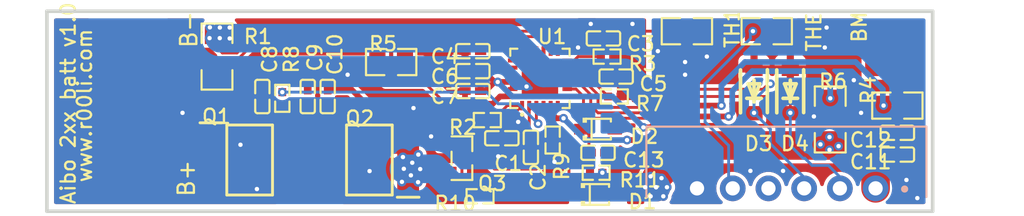
<source format=kicad_pcb>
(kicad_pcb (version 20240108) (generator "pcbnew") (generator_version "8.0")
  (layers (0 "F.Cu" signal) (31 "B.Cu" signal) (34 "B.Paste" user) (35 "F.Paste" user) (36 "B.SilkS" user "B.Silkscreen") (37 "F.SilkS" user "F.Silkscreen") (38 "B.Mask" user) (39 "F.Mask" user) (44 "Edge.Cuts" user))
  (net 0 "")
  (net 1 "OUT_BATTP")
  (net 2 "SDA")
  (net 3 "U1_21")
  (net 4 "SCL")
  (net 5 "U1_5")
  (net 6 "CHG")
  (net 7 "OUT_BATTN")
  (net 8 "TH_E")
  (net 9 "BATTN")
  (net 10 "C11_2")
  (net 11 "TH1")
  (net 12 "BATTM")
  (net 13 "DIS")
  (net 14 "BATTNK")
  (net 15 "PCKP")
  (net 16 "U1_1")
  (net 17 "U1_2")
  (net 18 "BATTP")
  (net 19 "Q3_1")
  (net 20 "Q2_4")
  (net 21 "C9_1")
  (net 22 "Q1_4")
  (net 23 "OUT_BATTNK")
  (net 24 "U1_24")
  (net 25 "U1_13")
  (net 26 "U1_12")
  (net 27 "PFAIL")
  (net 28 "U1_17")
  (net 29 "Q1_8")
  (net 30 "U1_7")
  (net 31 "U1_16")
  (net 32 "U1_18")
  (net 33 "U1_19")
  (net 34 "U2_4")
  (footprint "easyeda:R0402" (layer "F.Cu") (at 33.401 159.766 180)
    (property "Reference" "R10" (at 3.302 -0.508 0) (layer "F.SilkS") (effects (font (thickness 0.16)) (justify left)))
    (property "Value" "10k" (hide yes))
    (pad "1" smd rect (at -0.433 0 180) (size 0.566 0.54) (layers "F.Cu" "F.Paste" "F.Mask") (net 7 "OUT_BATTN"))
    (pad "2" smd rect (at 0.433 0 180) (size 0.566 0.54) (layers "F.Cu" "F.Paste" "F.Mask") (net 19 "Q3_1"))
  )
  (footprint "easyeda:SOD-123F_L2.8-W1.8-LS3.7-RD" (layer "F.Cu") (at 55.118 152.4 90)
    (property "Reference" "D4" (at -3.683 -0.762 0) (layer "F.SilkS") (effects (font (thickness 0.16)) (justify left)))
    (property "Value" "BZT52H-B5V6,115" (hide yes))
    (pad "1" smd rect (at -1.55 0 90) (size 1 1.2) (layers "F.Cu" "F.Paste" "F.Mask") (net 4 "SCL"))
    (pad "2" smd rect (at 1.55 0 90) (size 1 1.2) (layers "F.Cu" "F.Paste" "F.Mask") (net 7 "OUT_BATTN"))
  )
  (footprint "easyeda:C0402" (layer "F.Cu") (at 62.611 156.845)
    (property "Reference" "C11" (at -3.429 0.508 0) (layer "F.SilkS") (effects (font (thickness 0.16)) (justify left)))
    (property "Value" "0.1uF" (hide yes))
    (pad "1" smd rect (at -0.545 0) (size 0.79 0.54) (layers "F.Cu" "F.Paste" "F.Mask") (net 1 "OUT_BATTP"))
    (pad "2" smd rect (at 0.545 0) (size 0.79 0.54) (layers "F.Cu" "F.Paste" "F.Mask") (net 10 "C11_2"))
  )
  (footprint "easyeda:QFN-24_L4.0-W4.0-P0.50-BL-EP2.6" (layer "F.Cu") (at 37.592 151.511)
    (property "Reference" "U1" (at -0.254 -2.921 0) (layer "F.SilkS") (effects (font (thickness 0.16)) (justify left)))
    (property "Value" "MAX17320G22+" (hide yes))
    (pad "1" smd rect (at -1.25 1.908) (size 0.28 0.665) (layers "F.Cu" "F.Paste" "F.Mask") (net 16 "U1_1"))
    (pad "2" smd rect (at -0.75 1.908) (size 0.28 0.665) (layers "F.Cu" "F.Paste" "F.Mask") (net 17 "U1_2"))
    (pad "3" smd rect (at -0.25 1.908) (size 0.28 0.665) (layers "F.Cu" "F.Paste" "F.Mask") (net 6 "CHG"))
    (pad "4" smd rect (at 0.25 1.908) (size 0.28 0.665) (layers "F.Cu" "F.Paste" "F.Mask") (net 13 "DIS"))
    (pad "5" smd rect (at 0.75 1.908) (size 0.28 0.665) (layers "F.Cu" "F.Paste" "F.Mask") (net 5 "U1_5"))
    (pad "6" smd rect (at 1.25 1.908) (size 0.28 0.665) (layers "F.Cu" "F.Paste" "F.Mask") (net 15 "PCKP"))
    (pad "7" smd rect (at 1.908 1.25) (size 0.665 0.28) (layers "F.Cu" "F.Paste" "F.Mask") (net 30 "U1_7"))
    (pad "8" smd rect (at 1.908 0.75) (size 0.665 0.28) (layers "F.Cu" "F.Paste" "F.Mask") (net 4 "SCL"))
    (pad "9" smd rect (at 1.908 0.25) (size 0.665 0.28) (layers "F.Cu" "F.Paste" "F.Mask") (net 2 "SDA"))
    (pad "10" smd rect (at 1.908 -0.25) (size 0.665 0.28) (layers "F.Cu" "F.Paste" "F.Mask") (net 11 "TH1"))
    (pad "11" smd rect (at 1.908 -0.75) (size 0.665 0.28) (layers "F.Cu" "F.Paste" "F.Mask") (net 27 "PFAIL"))
    (pad "12" smd rect (at 1.908 -1.25) (size 0.665 0.28) (layers "F.Cu" "F.Paste" "F.Mask") (net 26 "U1_12"))
    (pad "13" smd rect (at 1.25 -1.908) (size 0.28 0.665) (layers "F.Cu" "F.Paste" "F.Mask") (net 25 "U1_13"))
    (pad "14" smd rect (at 0.75 -1.908) (size 0.28 0.665) (layers "F.Cu" "F.Paste" "F.Mask") (net 23 "OUT_BATTNK"))
    (pad "15" smd rect (at 0.25 -1.908) (size 0.28 0.665) (layers "F.Cu" "F.Paste" "F.Mask") (net 14 "BATTNK"))
    (pad "16" smd rect (at -0.25 -1.908) (size 0.28 0.665) (layers "F.Cu" "F.Paste" "F.Mask") (net 31 "U1_16"))
    (pad "17" smd rect (at -0.75 -1.908) (size 0.28 0.665) (layers "F.Cu" "F.Paste" "F.Mask") (net 28 "U1_17"))
    (pad "18" smd rect (at -1.25 -1.908) (size 0.28 0.665) (layers "F.Cu" "F.Paste" "F.Mask") (net 32 "U1_18"))
    (pad "19" smd rect (at -1.908 -1.25) (size 0.665 0.28) (layers "F.Cu" "F.Paste" "F.Mask") (net 33 "U1_19"))
    (pad "20" smd rect (at -1.908 -0.75) (size 0.665 0.28) (layers "F.Cu" "F.Paste" "F.Mask") (net 9 "BATTN"))
    (pad "21" smd rect (at -1.908 -0.25) (size 0.665 0.28) (layers "F.Cu" "F.Paste" "F.Mask") (net 3 "U1_21"))
    (pad "22" smd rect (at -1.908 0.25) (size 0.665 0.28) (layers "F.Cu" "F.Paste" "F.Mask") (net 3 "U1_21"))
    (pad "23" smd rect (at -1.908 0.75) (size 0.665 0.28) (layers "F.Cu" "F.Paste" "F.Mask") (net 3 "U1_21"))
    (pad "24" smd rect (at -1.908 1.25) (size 0.665 0.28) (layers "F.Cu" "F.Paste" "F.Mask") (net 24 "U1_24"))
    (pad "25" smd rect (at 0 0) (size 2.55 2.55) (layers "F.Cu" "F.Paste" "F.Mask") (net 9 "BATTN"))
  )
  (footprint "easyeda:C0402" (layer "F.Cu") (at 42.926 151.384)
    (property "Reference" "C5" (at 1.524 0.508 0) (layer "F.SilkS") (effects (font (thickness 0.16)) (justify left)))
    (property "Value" "0.47uF" (hide yes))
    (pad "1" smd rect (at -0.545 0) (size 0.79 0.54) (layers "F.Cu" "F.Paste" "F.Mask") (net 26 "U1_12"))
    (pad "2" smd rect (at 0.545 0) (size 0.79 0.54) (layers "F.Cu" "F.Paste" "F.Mask") (net 9 "BATTN"))
  )
  (footprint "easyeda:C0402" (layer "F.Cu") (at 32.893 152.4)
    (property "Reference" "C7" (at -3.048 0.381 0) (layer "F.SilkS") (effects (font (thickness 0.16)) (justify left)))
    (property "Value" "0.01uF" (hide yes))
    (pad "1" smd rect (at -0.545 0) (size 0.79 0.54) (layers "F.Cu" "F.Paste" "F.Mask") (net 24 "U1_24"))
    (pad "2" smd rect (at 0.545 0) (size 0.79 0.54) (layers "F.Cu" "F.Paste" "F.Mask") (net 3 "U1_21"))
  )
  (footprint "easyeda:SOD-323_L1.8-W1.3-LS2.5-RD" (layer "F.Cu") (at 41.529 159.639)
    (property "Reference" "D1" (at 2.159 0.508 0) (layer "F.SilkS") (effects (font (thickness 0.16)) (justify left)))
    (property "Value" "SD101BW-7-F" (hide yes))
    (pad "1" smd rect (at -1.172 0) (size 1 0.75) (layers "F.Cu" "F.Paste" "F.Mask") (net 13 "DIS"))
    (pad "2" smd rect (at 1.172 0) (size 1 0.75) (layers "F.Cu" "F.Paste" "F.Mask") (net 7 "OUT_BATTN"))
  )
  (footprint "easyeda:C0402" (layer "F.Cu") (at 18.161 152.781 90)
    (property "Reference" "C8" (at 1.524 0.508 90) (layer "F.SilkS") (effects (font (thickness 0.16)) (justify left)))
    (property "Value" "0.1uF" (hide yes))
    (pad "1" smd rect (at -0.545 0 90) (size 0.79 0.54) (layers "F.Cu" "F.Paste" "F.Mask") (net 22 "Q1_4"))
    (pad "2" smd rect (at 0.545 0 90) (size 0.79 0.54) (layers "F.Cu" "F.Paste" "F.Mask") (net 18 "BATTP"))
  )
  (footprint "easyeda:C0402" (layer "F.Cu") (at 32.893 149.606)
    (property "Reference" "C4" (at -3.048 0.381 0) (layer "F.SilkS") (effects (font (thickness 0.16)) (justify left)))
    (property "Value" "0.47uF" (hide yes))
    (pad "1" smd rect (at -0.545 0) (size 0.79 0.54) (layers "F.Cu" "F.Paste" "F.Mask") (net 9 "BATTN"))
    (pad "2" smd rect (at 0.545 0) (size 0.79 0.54) (layers "F.Cu" "F.Paste" "F.Mask") (net 28 "U1_17"))
  )
  (footprint "easyeda:C0402" (layer "F.Cu") (at 32.893 151.003)
    (property "Reference" "C6" (at -3.048 0.381 0) (layer "F.SilkS") (effects (font (thickness 0.16)) (justify left)))
    (property "Value" "0.01uF" (hide yes))
    (pad "1" smd rect (at -0.545 0) (size 0.79 0.54) (layers "F.Cu" "F.Paste" "F.Mask") (net 9 "BATTN"))
    (pad "2" smd rect (at 0.545 0) (size 0.79 0.54) (layers "F.Cu" "F.Paste" "F.Mask") (net 3 "U1_21"))
  )
  (footprint "easyeda:PAD-1X-5X5MM" (layer "F.Cu") (at 8.763 150.622)
    (property "Reference" "B-" (at 4.255 -1.143 90) (layer "F.SilkS") (effects (font (size 1.143 1.143) (thickness 0.16)) (justify left)))
    (property "Value" "BATT-" (hide yes))
    (pad "1" smd rect (at 0 -0.127) (size 5 5) (layers "F.Cu" "F.Paste" "F.Mask") (net 9 "BATTN"))
  )
  (footprint "easyeda:R1206" (layer "F.Cu") (at 14.986 149.987 -90)
    (property "Reference" "R1" (at -1.397 -1.778 0) (layer "F.SilkS") (effects (font (thickness 0.16)) (justify left)))
    (property "Value" "0.005" (hide yes))
    (pad "1" smd rect (at -1.479 0 270) (size 1.208 1.701) (layers "F.Cu" "F.Paste" "F.Mask") (net 7 "OUT_BATTN"))
    (pad "2" smd rect (at 1.479 0 270) (size 1.208 1.701) (layers "F.Cu" "F.Paste" "F.Mask") (net 9 "BATTN"))
  )
  (footprint "easyeda:R0402" (layer "F.Cu") (at 42.291 149.987 180)
    (property "Reference" "R3" (at -1.397 -0.508 0) (layer "F.SilkS") (effects (font (thickness 0.16)) (justify left)))
    (property "Value" "10k" (hide yes))
    (pad "1" smd rect (at -0.433 0 180) (size 0.566 0.54) (layers "F.Cu" "F.Paste" "F.Mask") (net 9 "BATTN"))
    (pad "2" smd rect (at 0.433 0 180) (size 0.566 0.54) (layers "F.Cu" "F.Paste" "F.Mask") (net 26 "U1_12"))
  )
  (footprint "easyeda:R0805" (layer "F.Cu") (at 47.879 148.209)
    (property "Reference" "TH1" (at 3.175 1.27 90) (layer "F.SilkS") (effects (font (thickness 0.16)) (justify left)))
    (property "Value" "NTC 100k" (hide yes))
    (pad "1" smd rect (at -0.966 0) (size 1.133 1.377) (layers "F.Cu" "F.Paste" "F.Mask") (net 9 "BATTN"))
    (pad "2" smd rect (at 0.966 0) (size 1.133 1.377) (layers "F.Cu" "F.Paste" "F.Mask") (net 11 "TH1"))
  )
  (footprint "easyeda:C0402" (layer "F.Cu") (at 22.733 152.781 -90)
    (property "Reference" "C10" (at -1.397 -0.508 90) (layer "F.SilkS") (effects (font (thickness 0.16)) (justify left)))
    (property "Value" "0.1uF" (hide yes))
    (pad "1" smd rect (at -0.545 0 270) (size 0.79 0.54) (layers "F.Cu" "F.Paste" "F.Mask") (net 1 "OUT_BATTP"))
    (pad "2" smd rect (at 0.545 0 270) (size 0.79 0.54) (layers "F.Cu" "F.Paste" "F.Mask") (net 21 "C9_1"))
  )
  (footprint "easyeda:C0402" (layer "F.Cu") (at 21.336 152.781 90)
    (property "Reference" "C9" (at 1.651 0.508 90) (layer "F.SilkS") (effects (font (thickness 0.16)) (justify left)))
    (property "Value" "0.1uF" (hide yes))
    (pad "1" smd rect (at -0.545 0 90) (size 0.79 0.54) (layers "F.Cu" "F.Paste" "F.Mask") (net 21 "C9_1"))
    (pad "2" smd rect (at 0.545 0 90) (size 0.79 0.54) (layers "F.Cu" "F.Paste" "F.Mask") (net 18 "BATTP"))
  )
  (footprint "easyeda:C0402" (layer "F.Cu") (at 34.925 155.702 180)
    (property "Reference" "C1" (at 0.635 -1.778 0) (layer "F.SilkS") (effects (font (thickness 0.16)) (justify left)))
    (property "Value" "0.1uF" (hide yes))
    (pad "1" smd rect (at -0.545 0 180) (size 0.79 0.54) (layers "F.Cu" "F.Paste" "F.Mask") (net 16 "U1_1"))
    (pad "2" smd rect (at 0.545 0 180) (size 0.79 0.54) (layers "F.Cu" "F.Paste" "F.Mask") (net 9 "BATTN"))
  )
  (footprint "easyeda:C0402" (layer "F.Cu") (at 62.611 155.321 180)
    (property "Reference" "C12" (at 3.429 -0.508 0) (layer "F.SilkS") (effects (font (thickness 0.16)) (justify left)))
    (property "Value" "0.1uF" (hide yes))
    (pad "1" smd rect (at -0.545 0 180) (size 0.79 0.54) (layers "F.Cu" "F.Paste" "F.Mask") (net 10 "C11_2"))
    (pad "2" smd rect (at 0.545 0 180) (size 0.79 0.54) (layers "F.Cu" "F.Paste" "F.Mask") (net 7 "OUT_BATTN"))
  )
  (footprint "easyeda:R0402" (layer "F.Cu") (at 19.558 152.908 -90)
    (property "Reference" "R8" (at -1.651 -0.635 90) (layer "F.SilkS") (effects (font (thickness 0.16)) (justify left)))
    (property "Value" "100" (hide yes))
    (pad "1" smd rect (at -0.433 0 270) (size 0.566 0.54) (layers "F.Cu" "F.Paste" "F.Mask") (net 6 "CHG"))
    (pad "2" smd rect (at 0.433 0 270) (size 0.566 0.54) (layers "F.Cu" "F.Paste" "F.Mask") (net 22 "Q1_4"))
  )
  (footprint "easyeda:R0402" (layer "F.Cu") (at 42.799 152.781 180)
    (property "Reference" "R7" (at -1.397 -0.508 0) (layer "F.SilkS") (effects (font (thickness 0.16)) (justify left)))
    (property "Value" "1k" (hide yes))
    (pad "1" smd rect (at -0.433 0 180) (size 0.566 0.54) (layers "F.Cu" "F.Paste" "F.Mask") (net 9 "BATTN"))
    (pad "2" smd rect (at 0.433 0 180) (size 0.566 0.54) (layers "F.Cu" "F.Paste" "F.Mask") (net 27 "PFAIL"))
  )
  (footprint "easyeda:C0402" (layer "F.Cu") (at 41.656 156.718)
    (property "Reference" "C13" (at 1.651 0.508 0) (layer "F.SilkS") (effects (font (thickness 0.16)) (justify left)))
    (property "Value" "0.01uF" (hide yes))
    (pad "1" smd rect (at -0.545 0) (size 0.79 0.54) (layers "F.Cu" "F.Paste" "F.Mask") (net 15 "PCKP"))
    (pad "2" smd rect (at 0.545 0) (size 0.79 0.54) (layers "F.Cu" "F.Paste" "F.Mask") (net 7 "OUT_BATTN"))
  )
  (footprint "easyeda:R0805" (layer "F.Cu") (at 53.467 148.209 180)
    (property "Reference" "THE" (at -3.302 -1.524 90) (layer "F.SilkS") (effects (font (thickness 0.16)) (justify left)))
    (property "Value" "NTC 100k" (hide yes))
    (pad "1" smd rect (at -0.966 0 180) (size 1.133 1.377) (layers "F.Cu" "F.Paste" "F.Mask") (net 7 "OUT_BATTN"))
    (pad "2" smd rect (at 0.966 0 180) (size 1.133 1.377) (layers "F.Cu" "F.Paste" "F.Mask") (net 8 "TH_E"))
  )
  (footprint "easyeda:PAD-1X-5X5MM" (layer "F.Cu") (at 8.636 156.972)
    (property "Reference" "B+" (at 4.212 2.921 90) (layer "F.SilkS") (effects (font (size 1.143 1.143) (thickness 0.16)) (justify left)))
    (property "Value" "BATT+" (hide yes))
    (pad "1" smd rect (at 0 -0.127) (size 5 5) (layers "F.Cu" "F.Paste" "F.Mask") (net 18 "BATTP"))
  )
  (footprint "easyeda:R0402" (layer "F.Cu") (at 33.909 154.432)
    (property "Reference" "R2" (at -2.794 0.508 0) (layer "F.SilkS") (effects (font (thickness 0.16)) (justify left)))
    (property "Value" "10" (hide yes))
    (pad "1" smd rect (at -0.433 0) (size 0.566 0.54) (layers "F.Cu" "F.Paste" "F.Mask") (net 18 "BATTP"))
    (pad "2" smd rect (at 0.433 0) (size 0.566 0.54) (layers "F.Cu" "F.Paste" "F.Mask") (net 16 "U1_1"))
  )
  (footprint "easyeda:R0402" (layer "F.Cu") (at 38.481 155.829 -90)
    (property "Reference" "R9" (at 2.921 -0.635 90) (layer "F.SilkS") (effects (font (thickness 0.16)) (justify left)))
    (property "Value" "100" (hide yes))
    (pad "1" smd rect (at -0.433 0 270) (size 0.566 0.54) (layers "F.Cu" "F.Paste" "F.Mask") (net 13 "DIS"))
    (pad "2" smd rect (at 0.433 0 270) (size 0.566 0.54) (layers "F.Cu" "F.Paste" "F.Mask") (net 20 "Q2_4"))
  )
  (footprint "easyeda:R0402" (layer "F.Cu") (at 41.529 158.115)
    (property "Reference" "R11" (at 1.524 0.508 0) (layer "F.SilkS") (effects (font (thickness 0.16)) (justify left)))
    (property "Value" "1k" (hide yes))
    (pad "1" smd rect (at -0.433 0) (size 0.566 0.54) (layers "F.Cu" "F.Paste" "F.Mask") (net 15 "PCKP"))
    (pad "2" smd rect (at 0.433 0) (size 0.566 0.54) (layers "F.Cu" "F.Paste" "F.Mask") (net 1 "OUT_BATTP"))
  )
  (footprint "easyeda:SOIC127P600X175-8N" (layer "F.Cu") (at 25.654 157.226 180)
    (property "Reference" "Q2" (at 1.778 2.921 0) (layer "F.SilkS") (effects (font (thickness 0.16)) (justify left)))
    (property "Value" "IRF8714TRPBF" (hide yes))
    (pad "1" smd rect (at -2.712 -1.905 180) (size 1.525 0.7) (layers "F.Cu" "F.Paste" "F.Mask") (net 1 "OUT_BATTP"))
    (pad "2" smd rect (at -2.712 -0.635 180) (size 1.525 0.7) (layers "F.Cu" "F.Paste" "F.Mask") (net 1 "OUT_BATTP"))
    (pad "3" smd rect (at -2.712 0.635 180) (size 1.525 0.7) (layers "F.Cu" "F.Paste" "F.Mask") (net 1 "OUT_BATTP"))
    (pad "4" smd rect (at -2.712 1.905 180) (size 1.525 0.7) (layers "F.Cu" "F.Paste" "F.Mask") (net 20 "Q2_4"))
    (pad "5" smd rect (at 2.712 1.905 180) (size 1.525 0.7) (layers "F.Cu" "F.Paste" "F.Mask") (net 29 "Q1_8"))
    (pad "6" smd rect (at 2.712 0.635 180) (size 1.525 0.7) (layers "F.Cu" "F.Paste" "F.Mask") (net 29 "Q1_8"))
    (pad "7" smd rect (at 2.712 -0.635 180) (size 1.525 0.7) (layers "F.Cu" "F.Paste" "F.Mask") (net 29 "Q1_8"))
    (pad "8" smd rect (at 2.712 -1.905 180) (size 1.525 0.7) (layers "F.Cu" "F.Paste" "F.Mask") (net 29 "Q1_8"))
  )
  (footprint "easyeda:PAD-1X-5X5MM" (layer "F.Cu") (at 62.357 149.479)
    (property "Reference" "BM" (at -2.413 -0.381 90) (layer "F.SilkS") (effects (font (thickness 0.16)) (justify left)))
    (property "Value" "BATTM" (hide yes))
    (pad "1" smd rect (at 0 -0.127) (size 4 4) (layers "F.Cu" "F.Paste" "F.Mask") (net 12 "BATTM"))
  )
  (footprint "easyeda:R0805" (layer "F.Cu") (at 62.611 153.416)
    (property "Reference" "R4" (at -2.032 0 90) (layer "F.SilkS") (effects (font (thickness 0.16)) (justify left)))
    (property "Value" "49.9" (hide yes))
    (pad "1" smd rect (at -0.966 0) (size 1.133 1.377) (layers "F.Cu" "F.Paste" "F.Mask") (net 3 "U1_21"))
    (pad "2" smd rect (at 0.966 0) (size 1.133 1.377) (layers "F.Cu" "F.Paste" "F.Mask") (net 12 "BATTM"))
  )
  (footprint "easyeda:C0402" (layer "F.Cu") (at 42.037 148.717 180)
    (property "Reference" "C3" (at -1.524 -0.381 0) (layer "F.SilkS") (effects (font (thickness 0.16)) (justify left)))
    (property "Value" "0.47uF" (hide yes))
    (pad "1" smd rect (at -0.545 0 180) (size 0.79 0.54) (layers "F.Cu" "F.Paste" "F.Mask") (net 9 "BATTN"))
    (pad "2" smd rect (at 0.545 0 180) (size 0.79 0.54) (layers "F.Cu" "F.Paste" "F.Mask") (net 25 "U1_13"))
  )
  (footprint "easyeda:C0402" (layer "F.Cu") (at 36.957 156.337 -90)
    (property "Reference" "C2" (at 3.175 -0.508 90) (layer "F.SilkS") (effects (font (thickness 0.16)) (justify left)))
    (property "Value" "0.47uF" (hide yes))
    (pad "1" smd rect (at -0.545 0 270) (size 0.79 0.54) (layers "F.Cu" "F.Paste" "F.Mask") (net 17 "U1_2"))
    (pad "2" smd rect (at 0.545 0 270) (size 0.79 0.54) (layers "F.Cu" "F.Paste" "F.Mask") (net 16 "U1_1"))
  )
  (footprint "easyeda:SOD-323_L1.8-W1.3-LS2.5-RD" (layer "F.Cu") (at 41.656 155.067)
    (property "Reference" "D2" (at 2.159 0.508 0) (layer "F.SilkS") (effects (font (thickness 0.16)) (justify left)))
    (property "Value" "SD103AWS-E3-08" (hide yes))
    (pad "1" smd rect (at -1.172 0) (size 1 0.75) (layers "F.Cu" "F.Paste" "F.Mask") (net 15 "PCKP"))
    (pad "2" smd rect (at 1.172 0) (size 1 0.75) (layers "F.Cu" "F.Paste" "F.Mask") (net 7 "OUT_BATTN"))
  )
  (footprint "easyeda:R0805" (layer "F.Cu") (at 27.178 150.368 180)
    (property "Reference" "R5" (at 1.651 1.27 0) (layer "F.SilkS") (effects (font (thickness 0.16)) (justify left)))
    (property "Value" "49.9" (hide yes))
    (pad "1" smd rect (at -0.966 0 180) (size 1.133 1.377) (layers "F.Cu" "F.Paste" "F.Mask") (net 24 "U1_24"))
    (pad "2" smd rect (at 0.966 0 180) (size 1.133 1.377) (layers "F.Cu" "F.Paste" "F.Mask") (net 18 "BATTP"))
  )
  (footprint "easyeda:SOT-23-3_L2.9-W1.3-P1.90-LS2.4-BR" (layer "F.Cu") (at 32.131 157.099 180)
    (property "Reference" "Q3" (at -1.016 -1.778 0) (layer "F.SilkS") (effects (font (thickness 0.16)) (justify left)))
    (property "Value" "2N7002" (hide yes))
    (pad "1" smd rect (at 1 0.95 180) (size 1.25 0.7) (layers "F.Cu" "F.Paste" "F.Mask") (net 19 "Q3_1"))
    (pad "2" smd rect (at 1 -0.95 180) (size 1.25 0.7) (layers "F.Cu" "F.Paste" "F.Mask") (net 1 "OUT_BATTP"))
    (pad "3" smd rect (at -1 0 180) (size 1.25 0.7) (layers "F.Cu" "F.Paste" "F.Mask") (net 20 "Q2_4"))
  )
  (footprint "easyeda:R1206" (layer "F.Cu") (at 57.912 154.387 90)
    (property "Reference" "R6" (at 2.667 -0.889 0) (layer "F.SilkS") (effects (font (thickness 0.16)) (justify left)))
    (property "Value" "2k" (hide yes))
    (pad "1" smd rect (at -1.479 0 90) (size 1.208 1.701) (layers "F.Cu" "F.Paste" "F.Mask") (net 1 "OUT_BATTP"))
    (pad "2" smd rect (at 1.479 0 90) (size 1.208 1.701) (layers "F.Cu" "F.Paste" "F.Mask") (net 5 "U1_5"))
  )
  (footprint "easyeda:SOIC127P600X175-8N" (layer "F.Cu") (at 17.272 157.226)
    (property "Reference" "Q1" (at -3.429 -3.048 0) (layer "F.SilkS") (effects (font (thickness 0.16)) (justify left)))
    (property "Value" "IRF8714TRPBF" (hide yes))
    (pad "1" smd rect (at -2.712 -1.905) (size 1.525 0.7) (layers "F.Cu" "F.Paste" "F.Mask") (net 18 "BATTP"))
    (pad "2" smd rect (at -2.712 -0.635) (size 1.525 0.7) (layers "F.Cu" "F.Paste" "F.Mask") (net 18 "BATTP"))
    (pad "3" smd rect (at -2.712 0.635) (size 1.525 0.7) (layers "F.Cu" "F.Paste" "F.Mask") (net 18 "BATTP"))
    (pad "4" smd rect (at -2.712 1.905) (size 1.525 0.7) (layers "F.Cu" "F.Paste" "F.Mask") (net 22 "Q1_4"))
    (pad "5" smd rect (at 2.712 1.905) (size 1.525 0.7) (layers "F.Cu" "F.Paste" "F.Mask") (net 29 "Q1_8"))
    (pad "6" smd rect (at 2.712 0.635) (size 1.525 0.7) (layers "F.Cu" "F.Paste" "F.Mask") (net 29 "Q1_8"))
    (pad "7" smd rect (at 2.712 -0.635) (size 1.525 0.7) (layers "F.Cu" "F.Paste" "F.Mask") (net 29 "Q1_8"))
    (pad "8" smd rect (at 2.712 -1.905) (size 1.525 0.7) (layers "F.Cu" "F.Paste" "F.Mask") (net 29 "Q1_8"))
  )
  (footprint "easyeda:SOD-123F_L2.8-W1.8-LS3.7-RD" (layer "F.Cu") (at 52.578 152.4 90)
    (property "Reference" "D3" (at -3.683 -0.762 0) (layer "F.SilkS") (effects (font (thickness 0.16)) (justify left)))
    (property "Value" "BZT52H-B5V6,115" (hide yes))
    (pad "1" smd rect (at -1.55 0 90) (size 1 1.2) (layers "F.Cu" "F.Paste" "F.Mask") (net 2 "SDA"))
    (pad "2" smd rect (at 1.55 0 90) (size 1 1.2) (layers "F.Cu" "F.Paste" "F.Mask") (net 7 "OUT_BATTN"))
  )
  (gr_line (start 64.643 154.892) (end 45.041 154.892) (stroke (width 0.152)) (layer "B.SilkS"))
  (gr_circle (center 63.119 159.258) (end 63.244 159.258) (stroke (width 0.25)) (fill none) (layer "B.SilkS"))
  (gr_line (start 64.643 159.812) (end 64.643 154.892) (stroke (width 0.152)) (layer "B.SilkS"))
  (gr_line (start 45.041 154.892) (end 45.041 159.812) (stroke (width 0.152)) (layer "B.SilkS"))
  (gr_line (start 3.08 146.812) (end 65.08 146.812) (stroke (width 0.254)) (layer "Edge.Cuts"))
  (gr_line (start 65.08 146.812) (end 65.08 160.812) (stroke (width 0.254)) (layer "Edge.Cuts"))
  (gr_line (start 3.08 160.812) (end 3.08 146.812) (stroke (width 0.254)) (layer "Edge.Cuts"))
  (gr_line (start 65.08 160.812) (end 3.08 160.812) (stroke (width 0.254)) (layer "Edge.Cuts"))
  (gr_text "Aibo 2xx batt v1.0" (at 4.572 160.401 90) (layer "F.SilkS") (effects (font (size 1 1) (thickness 0.16)) (justify left)))
  (gr_text "www.r00li.com" (at 5.715 158.877 90) (layer "F.SilkS") (effects (font (size 1 1) (thickness 0.16)) (justify left)))
  (segment (start 45.72 158.496) (end 45.72 159.131) (width 2) (layer "F.Cu") (net 1))
  (segment (start 31.131 158.049) (end 30.943 157.861) (width 0.4) (layer "F.Cu") (net 1))
  (segment (start 48.006 156.21) (end 45.72 158.496) (width 2) (layer "F.Cu") (net 1))
  (segment (start 30.943 157.861) (end 29.21 157.861) (width 0.4) (layer "F.Cu") (net 1))
  (segment (start 61.087 159.21) (end 61.087 157.607) (width 2) (layer "F.Cu") (net 1))
  (segment (start 22.733 152.236) (end 24.347 152.236) (width 0.4) (layer "F.Cu") (net 1))
  (segment (start 24.347 152.236) (end 26.162 154.051) (width 0.4) (layer "F.Cu") (net 1))
  (segment (start 62.066 156.845) (end 61.087 156.845) (width 0.2) (layer "F.Cu") (net 1))
  (segment (start 61.087 157.607) (end 59.69 156.21) (width 2) (layer "F.Cu") (net 1))
  (segment (start 26.162 156.21) (end 26.543 156.591) (width 0.4) (layer "F.Cu") (net 1))
  (segment (start 26.543 156.591) (end 28.366 156.591) (width 0.4) (layer "F.Cu") (net 1))
  (segment (start 26.162 154.051) (end 26.162 156.21) (width 0.4) (layer "F.Cu") (net 1))
  (segment (start 59.69 156.21) (end 48.006 156.21) (width 2) (layer "F.Cu") (net 1))
  (via (at 29.21 157.861) (size 0.65) (drill 0.305) (layers "F.Cu" "B.Cu") (net 1))
  (via (at 46.101 158.496) (size 0.65) (drill 0.305) (layers "F.Cu" "B.Cu") (net 1))
  (via (at 29.06 158.777) (size 0.65) (drill 0.305) (layers "F.Cu" "B.Cu") (net 1))
  (via (at 28.654 157.416) (size 0.65) (drill 0.305) (layers "F.Cu" "B.Cu") (net 1))
  (via (at 46.228 159.766) (size 0.65) (drill 0.305) (layers "F.Cu" "B.Cu") (net 1))
  (via (at 28.064 157.842) (size 0.65) (drill 0.305) (layers "F.Cu" "B.Cu") (net 1))
  (via (at 45.72 159.131) (size 0.65) (drill 0.305) (layers "F.Cu" "B.Cu") (net 1))
  (via (at 29.078 156.847) (size 0.65) (drill 0.305) (layers "F.Cu" "B.Cu") (net 1))
  (via (at 57.861 156.51) (size 0.61) (drill 0.305) (layers "F.Cu" "B.Cu") (net 1))
  (via (at 44.958 159.131) (size 0.65) (drill 0.305) (layers "F.Cu" "B.Cu") (net 1))
  (via (at 27.931 158.755) (size 0.65) (drill 0.305) (layers "F.Cu" "B.Cu") (net 1))
  (via (at 45.339 159.766) (size 0.65) (drill 0.305) (layers "F.Cu" "B.Cu") (net 1))
  (via (at 41.962 158.115) (size 0.61) (drill 0.305) (layers "F.Cu" "B.Cu") (net 1))
  (via (at 45.339 158.369) (size 0.65) (drill 0.305) (layers "F.Cu" "B.Cu") (net 1))
  (via (at 45.72 159.131) (size 0.65) (drill 0.305) (layers "F.Cu" "B.Cu") (net 1))
  (via (at 57.226 156.129) (size 0.61) (drill 0.305) (layers "F.Cu" "B.Cu") (net 1))
  (via (at 28 157.02) (size 0.65) (drill 0.305) (layers "F.Cu" "B.Cu") (net 1))
  (via (at 61.087 159.21) (size 1.8) (drill 1) (layers "F.Cu" "B.Cu") (net 1))
  (via (at 28.559 158.299) (size 0.65) (drill 0.305) (layers "F.Cu" "B.Cu") (net 1))
  (via (at 57.861 155.621) (size 0.61) (drill 0.305) (layers "F.Cu" "B.Cu") (net 1))
  (via (at 46.482 159.131) (size 0.65) (drill 0.305) (layers "F.Cu" "B.Cu") (net 1))
  (via (at 58.496 156.256) (size 0.61) (drill 0.305) (layers "F.Cu" "B.Cu") (net 1))
  (segment (start 31.493 159.131) (end 45.72 159.131) (width 2) (layer "B.Cu") (net 1))
  (segment (start 28.065 157.843) (end 30.206 157.843) (width 2) (layer "B.Cu") (net 1))
  (segment (start 30.206 157.843) (end 31.493 159.131) (width 2) (layer "B.Cu") (net 1))
  (segment (start 40.254 151.76) (end 41.148 152.654) (width 0.2) (layer "F.Cu") (net 2))
  (segment (start 53.213 152.273) (end 53.594 151.892) (width 0.2) (layer "F.Cu") (net 2))
  (segment (start 39.5 151.76) (end 40.254 151.76) (width 0.2) (layer "F.Cu") (net 2))
  (segment (start 41.148 153.416) (end 41.656 153.924) (width 0.2) (layer "F.Cu") (net 2))
  (segment (start 46.482 152.273) (end 53.213 152.273) (width 0.2) (layer "F.Cu") (net 2))
  (segment (start 53.594 151.892) (end 53.721 151.892) (width 0.2) (layer "F.Cu") (net 2))
  (segment (start 44.831 153.924) (end 46.482 152.273) (width 0.2) (layer "F.Cu") (net 2))
  (segment (start 41.656 153.924) (end 44.831 153.924) (width 0.2) (layer "F.Cu") (net 2))
  (segment (start 41.148 152.654) (end 41.148 153.416) (width 0.2) (layer "F.Cu") (net 2))
  (via (at 52.578 153.924) (size 0.61) (drill 0.305) (layers "F.Cu" "B.Cu") (net 2))
  (via (at 53.721 151.892) (size 0.61) (drill 0.305) (layers "F.Cu" "B.Cu") (net 2))
  (via (at 56.087 159.21) (size 1.8) (drill 1) (layers "F.Cu" "B.Cu") (net 2))
  (segment (start 52.578 153.035) (end 52.578 153.924) (width 0.2) (layer "B.Cu") (net 2))
  (segment (start 53.721 151.892) (end 52.578 153.035) (width 0.2) (layer "B.Cu") (net 2))
  (segment (start 53.721 155.067) (end 53.721 156.083) (width 0.2) (layer "B.Cu") (net 2))
  (segment (start 53.721 156.083) (end 56.087 158.449) (width 0.2) (layer "B.Cu") (net 2))
  (segment (start 56.087 158.449) (end 56.087 159.21) (width 0.2) (layer "B.Cu") (net 2))
  (segment (start 52.578 153.924) (end 53.721 155.067) (width 0.2) (layer "B.Cu") (net 2))
  (segment (start 34.637 151.764) (end 34.417 151.765) (width 0.4) (layer "F.Cu") (net 3))
  (segment (start 44.831 154.94) (end 45.339 154.94) (width 0.4) (layer "F.Cu") (net 3))
  (segment (start 34.417 151.765) (end 33.782 152.4) (width 0.4) (layer "F.Cu") (net 3))
  (segment (start 46.863 153.416) (end 50.292 153.416) (width 0.4) (layer "F.Cu") (net 3))
  (segment (start 34.417 151.765) (end 33.655 151.003) (width 0.4) (layer "F.Cu") (net 3))
  (segment (start 35.684 151.76) (end 34.637 151.764) (width 0.4) (layer "F.Cu") (net 3))
  (segment (start 35.687 151.384) (end 35.687 152.146) (width 0.4) (layer "F.Cu") (net 3))
  (segment (start 45.339 154.94) (end 46.863 153.416) (width 0.4) (layer "F.Cu") (net 3))
  (segment (start 33.782 152.4) (end 33.438 152.4) (width 0.4) (layer "F.Cu") (net 3))
  (segment (start 33.655 151.003) (end 33.439 151.003) (width 0.4) (layer "F.Cu") (net 3))
  (segment (start 33.438 151.003) (end 33.438 152.4) (width 0.4) (layer "F.Cu") (net 3))
  (via (at 34.637 151.764) (size 0.61) (drill 0.305) (layers "F.Cu" "B.Cu") (net 3))
  (via (at 50.292 153.416) (size 0.61) (drill 0.305) (layers "F.Cu" "B.Cu") (net 3))
  (via (at 61.645 153.416) (size 0.61) (drill 0.305) (layers "F.Cu" "B.Cu") (net 3))
  (via (at 44.831 154.94) (size 0.61) (drill 0.305) (layers "F.Cu" "B.Cu") (net 3))
  (segment (start 50.292 153.416) (end 50.292 152.019) (width 0.4) (layer "B.Cu") (net 3))
  (segment (start 61.595 152.273) (end 61.595 153.365) (width 0.4) (layer "B.Cu") (net 3))
  (segment (start 50.292 152.019) (end 51.943 150.368) (width 0.4) (layer "B.Cu") (net 3))
  (segment (start 41.275 152.781) (end 42.672 152.781) (width 0.4) (layer "B.Cu") (net 3))
  (segment (start 35.654 152.781) (end 41.275 152.781) (width 0.4) (layer "B.Cu") (net 3))
  (segment (start 61.595 153.365) (end 61.646 153.416) (width 0.4) (layer "B.Cu") (net 3))
  (segment (start 59.69 150.368) (end 61.595 152.273) (width 0.4) (layer "B.Cu") (net 3))
  (segment (start 34.638 151.765) (end 35.654 152.781) (width 0.4) (layer "B.Cu") (net 3))
  (segment (start 42.672 152.781) (end 44.831 154.94) (width 0.4) (layer "B.Cu") (net 3))
  (segment (start 51.943 150.368) (end 59.69 150.368) (width 0.4) (layer "B.Cu") (net 3))
  (segment (start 45.085 154.305) (end 46.609 152.781) (width 0.2) (layer "F.Cu") (net 4))
  (segment (start 46.609 152.781) (end 54.737 152.781) (width 0.2) (layer "F.Cu") (net 4))
  (segment (start 54.737 152.781) (end 55.118 153.162) (width 0.2) (layer "F.Cu") (net 4))
  (segment (start 40.64 153.543) (end 41.402 154.305) (width 0.2) (layer "F.Cu") (net 4))
  (segment (start 41.402 154.305) (end 45.085 154.305) (width 0.2) (layer "F.Cu") (net 4))
  (segment (start 39.5 152.26) (end 40.119 152.26) (width 0.2) (layer "F.Cu") (net 4))
  (segment (start 40.64 152.781) (end 40.64 153.543) (width 0.2) (layer "F.Cu") (net 4))
  (segment (start 55.118 153.162) (end 55.118 153.924) (width 0.2) (layer "F.Cu") (net 4))
  (segment (start 40.119 152.26) (end 40.64 152.781) (width 0.2) (layer "F.Cu") (net 4))
  (via (at 58.587 159.21) (size 1.8) (drill 1) (layers "F.Cu" "B.Cu") (net 4))
  (via (at 55.118 153.924) (size 0.61) (drill 0.305) (layers "F.Cu" "B.Cu") (net 4))
  (segment (start 57.785 157.607) (end 58.587 158.409) (width 0.2) (layer "B.Cu") (net 4))
  (segment (start 56.642 157.607) (end 57.785 157.607) (width 0.2) (layer "B.Cu") (net 4))
  (segment (start 56.007 157.099) (end 56.134 157.099) (width 0.2) (layer "B.Cu") (net 4))
  (segment (start 55.118 153.924) (end 55.118 156.21) (width 0.2) (layer "B.Cu") (net 4))
  (segment (start 55.118 156.21) (end 56.007 157.099) (width 0.2) (layer "B.Cu") (net 4))
  (segment (start 58.587 158.409) (end 58.587 159.21) (width 0.2) (layer "B.Cu") (net 4))
  (segment (start 56.134 157.099) (end 56.642 157.607) (width 0.2) (layer "B.Cu") (net 4))
  (segment (start 45.339 155.829) (end 46.99 154.178) (width 0.4) (layer "F.Cu") (net 5))
  (segment (start 38.342 153.912) (end 38.735 154.305) (width 0.4) (layer "F.Cu") (net 5))
  (segment (start 43.688 155.829) (end 45.339 155.829) (width 0.4) (layer "F.Cu") (net 5))
  (segment (start 46.99 154.178) (end 50.8 154.178) (width 0.4) (layer "F.Cu") (net 5))
  (segment (start 38.342 153.419) (end 38.342 153.912) (width 0.4) (layer "F.Cu") (net 5))
  (segment (start 38.735 154.305) (end 39.243 154.305) (width 0.4) (layer "F.Cu") (net 5))
  (via (at 57.912 152.908) (size 0.61) (drill 0.305) (layers "F.Cu" "B.Cu") (net 5))
  (via (at 39.243 154.305) (size 0.61) (drill 0.305) (layers "F.Cu" "B.Cu") (net 5))
  (via (at 50.8 154.178) (size 0.61) (drill 0.305) (layers "F.Cu" "B.Cu") (net 5))
  (via (at 43.688 155.829) (size 0.61) (drill 0.305) (layers "F.Cu" "B.Cu") (net 5))
  (segment (start 40.767 155.829) (end 43.688 155.829) (width 0.4) (layer "B.Cu") (net 5))
  (segment (start 57.912 152.908) (end 57.912 151.511) (width 0.4) (layer "B.Cu") (net 5))
  (segment (start 50.8 154.178) (end 51.054 153.924) (width 0.4) (layer "B.Cu") (net 5))
  (segment (start 51.054 153.924) (end 51.054 152.4) (width 0.4) (layer "B.Cu") (net 5))
  (segment (start 57.912 151.511) (end 57.404 151.003) (width 0.4) (layer "B.Cu") (net 5))
  (segment (start 57.404 151.003) (end 52.451 151.003) (width 0.4) (layer "B.Cu") (net 5))
  (segment (start 51.054 152.4) (end 52.451 151.003) (width 0.4) (layer "B.Cu") (net 5))
  (segment (start 39.243 154.305) (end 40.767 155.829) (width 0.4) (layer "B.Cu") (net 5))
  (segment (start 37.343 153.419) (end 37.343 154.686) (width 0.2) (layer "F.Cu") (net 6))
  (segment (start 37.343 154.686) (end 37.465 154.686) (width 0.2) (layer "F.Cu") (net 6))
  (via (at 19.558 152.475) (size 0.61) (drill 0.305) (layers "F.Cu" "B.Cu") (net 6))
  (via (at 37.465 154.686) (size 0.61) (drill 0.305) (layers "F.Cu" "B.Cu") (net 6))
  (segment (start 36.068 153.289) (end 37.465 154.686) (width 0.2) (layer "B.Cu") (net 6))
  (segment (start 19.558 152.475) (end 33.857 152.475) (width 0.2) (layer "B.Cu") (net 6))
  (segment (start 34.671 153.289) (end 36.068 153.289) (width 0.2) (layer "B.Cu") (net 6))
  (segment (start 33.857 152.475) (end 34.671 153.289) (width 0.2) (layer "B.Cu") (net 6))
  (via (at 63.246 158.623) (size 0.61) (drill 0.305) (layers "F.Cu" "B.Cu") (net 7))
  (via (at 57.658 147.955) (size 0.61) (drill 0.305) (layers "F.Cu" "B.Cu") (net 7))
  (via (at 64.008 159.893) (size 0.61) (drill 0.305) (layers "F.Cu" "B.Cu") (net 7))
  (via (at 57.531 149.352) (size 0.61) (drill 0.305) (layers "F.Cu" "B.Cu") (net 7))
  (via (at 49.276 149.987) (size 0.61) (drill 0.305) (layers "F.Cu" "B.Cu") (net 7))
  (via (at 54.61 157.988) (size 0.61) (drill 0.305) (layers "F.Cu" "B.Cu") (net 7))
  (via (at 48.587 159.21) (size 1.8) (drill 1) (layers "F.Cu" "B.Cu") (net 7))
  (via (at 59.563 151.638) (size 0.61) (drill 0.305) (layers "F.Cu" "B.Cu") (net 7))
  (via (at 52.324 157.988) (size 0.61) (drill 0.305) (layers "F.Cu" "B.Cu") (net 7))
  (via (at 47.752 150.368) (size 0.61) (drill 0.305) (layers "F.Cu" "B.Cu") (net 7))
  (via (at 45.847 149.606) (size 0.61) (drill 0.305) (layers "F.Cu" "B.Cu") (net 7))
  (via (at 60.071 153.924) (size 0.61) (drill 0.305) (layers "F.Cu" "B.Cu") (net 7))
  (via (at 56.769 154.178) (size 0.61) (drill 0.305) (layers "F.Cu" "B.Cu") (net 7))
  (via (at 47.752 151.257) (size 0.61) (drill 0.305) (layers "F.Cu" "B.Cu") (net 7))
  (segment (start 15.179 148.697) (end 35.413 148.697) (width 2) (layer "B.Cu") (net 7))
  (segment (start 37.846 151.13) (end 43.507 151.13) (width 2) (layer "B.Cu") (net 7))
  (segment (start 35.413 148.697) (end 37.846 151.13) (width 2) (layer "B.Cu") (net 7))
  (segment (start 43.507 151.13) (end 48.333 155.956) (width 2) (layer "B.Cu") (net 7))
  (segment (start 48.333 155.956) (end 48.333 158.956) (width 2) (layer "B.Cu") (net 7))
  (segment (start 48.333 158.956) (end 48.587 159.21) (width 2) (layer "B.Cu") (net 7))
  (via (at 52.501 148.209) (size 0.61) (drill 0.305) (layers "F.Cu" "B.Cu") (net 8))
  (via (at 51.087 159.21) (size 1.8) (drill 1) (layers "F.Cu" "B.Cu") (net 8))
  (segment (start 49.149 151.892) (end 52.324 148.717) (width 0.2) (layer "B.Cu") (net 8))
  (segment (start 50.8 156.21) (end 49.149 154.559) (width 0.2) (layer "B.Cu") (net 8))
  (segment (start 52.324 148.717) (end 52.324 148.336) (width 0.2) (layer "B.Cu") (net 8))
  (segment (start 51.087 159.21) (end 50.8 158.923) (width 0.2) (layer "B.Cu") (net 8))
  (segment (start 49.149 154.559) (end 49.149 151.892) (width 0.2) (layer "B.Cu") (net 8))
  (segment (start 50.8 158.923) (end 50.8 156.21) (width 0.2) (layer "B.Cu") (net 8))
  (segment (start 46.913 148.209) (end 44.45 148.209) (width 0.2) (layer "F.Cu") (net 9))
  (via (at 44.069 147.701) (size 0.61) (drill 0.305) (layers "F.Cu" "B.Cu") (net 9))
  (via (at 25.666 158.001) (size 0.61) (drill 0.305) (layers "F.Cu" "B.Cu") (net 9))
  (via (at 36.068 154.559) (size 0.61) (drill 0.305) (layers "F.Cu" "B.Cu") (net 9))
  (via (at 36.656 152.083) (size 0.61) (drill 0.305) (layers "F.Cu" "B.Cu") (net 9))
  (via (at 28.74 153.59) (size 0.61) (drill 0.305) (layers "F.Cu" "B.Cu") (net 9))
  (via (at 29.972 155.575) (size 0.61) (drill 0.305) (layers "F.Cu" "B.Cu") (net 9))
  (via (at 12.573 153.924) (size 0.61) (drill 0.305) (layers "F.Cu" "B.Cu") (net 9))
  (via (at 34.671 156.972) (size 0.61) (drill 0.305) (layers "F.Cu" "B.Cu") (net 9))
  (via (at 41.148 147.701) (size 0.65) (drill 0.305) (layers "F.Cu" "B.Cu") (net 9))
  (via (at 17.78 159.258) (size 0.61) (drill 0.305) (layers "F.Cu" "B.Cu") (net 9))
  (via (at 16.629 156.159) (size 0.61) (drill 0.305) (layers "F.Cu" "B.Cu") (net 9))
  (via (at 24.13 151.257) (size 0.61) (drill 0.305) (layers "F.Cu" "B.Cu") (net 9))
  (via (at 40.259 149.352) (size 0.65) (drill 0.305) (layers "F.Cu" "B.Cu") (net 9))
  (via (at 38.608 157.353) (size 0.61) (drill 0.305) (layers "F.Cu" "B.Cu") (net 9))
  (segment (start 63.156 156.845) (end 63.156 156.845) (width 0.2) (layer "F.Cu") (net 10))
  (segment (start 63.156 155.321) (end 63.156 156.845) (width 0.2) (layer "F.Cu") (net 10))
  (segment (start 46.355 151.765) (end 46.355 150.368) (width 0.2) (layer "F.Cu") (net 11))
  (segment (start 41.656 153.289) (end 41.91 153.543) (width 0.2) (layer "F.Cu") (net 11))
  (segment (start 41.049 151.412) (end 41.049 152.047) (width 0.2) (layer "F.Cu") (net 11))
  (segment (start 47.117 149.606) (end 48.514 149.606) (width 0.2) (layer "F.Cu") (net 11))
  (segment (start 44.577 153.543) (end 46.355 151.765) (width 0.2) (layer "F.Cu") (net 11))
  (segment (start 48.514 149.606) (end 48.844 149.276) (width 0.2) (layer "F.Cu") (net 11))
  (segment (start 41.049 152.047) (end 41.656 152.654) (width 0.2) (layer "F.Cu") (net 11))
  (segment (start 48.844 149.276) (end 48.844 148.209) (width 0.2) (layer "F.Cu") (net 11))
  (segment (start 39.5 151.262) (end 40.899 151.262) (width 0.2) (layer "F.Cu") (net 11))
  (segment (start 41.91 153.543) (end 44.577 153.543) (width 0.2) (layer "F.Cu") (net 11))
  (segment (start 46.355 150.368) (end 47.117 149.606) (width 0.2) (layer "F.Cu") (net 11))
  (segment (start 41.656 152.654) (end 41.656 153.289) (width 0.2) (layer "F.Cu") (net 11))
  (segment (start 40.899 151.262) (end 41.049 151.412) (width 0.2) (layer "F.Cu") (net 11))
  (segment (start 63.627 150.622) (end 63.627 153.366) (width 0.4) (layer "F.Cu") (net 12))
  (segment (start 62.357 149.352) (end 63.627 150.622) (width 0.4) (layer "F.Cu") (net 12))
  (segment (start 63.627 153.366) (end 63.577 153.416) (width 0.4) (layer "F.Cu") (net 12))
  (segment (start 37.841 153.419) (end 37.846 154.051) (width 0.2) (layer "F.Cu") (net 13))
  (segment (start 39.243 155.448) (end 39.624 155.829) (width 0.2) (layer "F.Cu") (net 13))
  (segment (start 37.846 154.051) (end 38.481 154.813) (width 0.2) (layer "F.Cu") (net 13))
  (segment (start 38.481 154.813) (end 38.481 155.397) (width 0.2) (layer "F.Cu") (net 13))
  (segment (start 40.259 159.639) (end 40.357 159.639) (width 0.2) (layer "F.Cu") (net 13))
  (segment (start 38.533 155.448) (end 39.243 155.448) (width 0.2) (layer "F.Cu") (net 13))
  (segment (start 39.624 159.004) (end 40.259 159.639) (width 0.2) (layer "F.Cu") (net 13))
  (segment (start 39.624 155.829) (end 39.624 159.004) (width 0.2) (layer "F.Cu") (net 13))
  (segment (start 38.481 155.396) (end 38.533 155.448) (width 0.2) (layer "F.Cu") (net 13))
  (segment (start 34.544 148.59) (end 18.034 148.59) (width 0.2) (layer "F.Cu") (net 14))
  (segment (start 37.842 149.603) (end 37.842 148.84) (width 0.2) (layer "F.Cu") (net 14))
  (segment (start 14.986 150.495) (end 14.986 151.465) (width 0.2) (layer "F.Cu") (net 14))
  (segment (start 37.842 148.84) (end 37.592 148.59) (width 0.2) (layer "F.Cu") (net 14))
  (segment (start 37.592 148.59) (end 34.544 148.59) (width 0.2) (layer "F.Cu") (net 14))
  (segment (start 15.367 150.114) (end 14.986 150.495) (width 0.2) (layer "F.Cu") (net 14))
  (segment (start 16.51 150.114) (end 15.367 150.114) (width 0.2) (layer "F.Cu") (net 14))
  (segment (start 18.034 148.59) (end 16.51 150.114) (width 0.2) (layer "F.Cu") (net 14))
  (segment (start 38.842 153.419) (end 38.966 153.543) (width 0.2) (layer "F.Cu") (net 15))
  (segment (start 38.966 153.543) (end 40.005 153.543) (width 0.2) (layer "F.Cu") (net 15))
  (segment (start 41.11 156.718) (end 41.097 158.115) (width 0.2) (layer "F.Cu") (net 15))
  (segment (start 40.64 155.067) (end 40.484 155.067) (width 0.2) (layer "F.Cu") (net 15))
  (segment (start 40.484 154.022) (end 40.484 155.067) (width 0.2) (layer "F.Cu") (net 15))
  (segment (start 41.111 156.718) (end 41.021 156.628) (width 0.2) (layer "F.Cu") (net 15))
  (segment (start 41.021 156.628) (end 41.021 155.448) (width 0.2) (layer "F.Cu") (net 15))
  (segment (start 40.005 153.543) (end 40.484 154.022) (width 0.2) (layer "F.Cu") (net 15))
  (segment (start 41.021 155.448) (end 40.64 155.067) (width 0.2) (layer "F.Cu") (net 15))
  (segment (start 36.957 156.882) (end 36.793 156.718) (width 0.2) (layer "F.Cu") (net 16))
  (segment (start 36.342 153.419) (end 35.47 154.291) (width 0.2) (layer "F.Cu") (net 16))
  (segment (start 36.793 156.718) (end 35.941 156.718) (width 0.2) (layer "F.Cu") (net 16))
  (segment (start 35.306 153.416) (end 34.341 154.381) (width 0.2) (layer "F.Cu") (net 16))
  (segment (start 34.341 154.381) (end 34.341 154.432) (width 0.2) (layer "F.Cu") (net 16))
  (segment (start 36.342 153.419) (end 35.306 153.416) (width 0.2) (layer "F.Cu") (net 16))
  (segment (start 35.941 156.718) (end 35.47 156.247) (width 0.2) (layer "F.Cu") (net 16))
  (segment (start 35.47 154.291) (end 35.47 155.702) (width 0.2) (layer "F.Cu") (net 16))
  (segment (start 35.47 156.247) (end 35.47 155.702) (width 0.2) (layer "F.Cu") (net 16))
  (segment (start 36.957 155.792) (end 36.842 155.677) (width 0.2) (layer "F.Cu") (net 17))
  (segment (start 36.842 155.677) (end 36.842 153.419) (width 0.2) (layer "F.Cu") (net 17))
  (segment (start 29.591 151.892) (end 26.797 151.892) (width 0.2) (layer "F.Cu") (net 18))
  (segment (start 26.212 151.307) (end 26.212 150.368) (width 0.2) (layer "F.Cu") (net 18))
  (segment (start 14.56 155.321) (end 17.645 152.236) (width 0.4) (layer "F.Cu") (net 18))
  (segment (start 14.56 155.321) (end 13.036 156.845) (width 2) (layer "F.Cu") (net 18))
  (segment (start 17.645 152.236) (end 18.161 152.236) (width 0.4) (layer "F.Cu") (net 18))
  (segment (start 18.288 152.109) (end 18.288 151.003) (width 0.4) (layer "F.Cu") (net 18))
  (segment (start 31.75 154.051) (end 29.591 151.892) (width 0.2) (layer "F.Cu") (net 18))
  (segment (start 13.036 156.845) (end 8.636 156.845) (width 2) (layer "F.Cu") (net 18))
  (segment (start 33.476 154.432) (end 33.095 154.051) (width 0.2) (layer "F.Cu") (net 18))
  (segment (start 18.161 152.236) (end 18.288 152.109) (width 0.4) (layer "F.Cu") (net 18))
  (segment (start 33.095 154.051) (end 31.75 154.051) (width 0.2) (layer "F.Cu") (net 18))
  (segment (start 21.336 152.235) (end 21.341 150.368) (width 0.4) (layer "F.Cu") (net 18))
  (segment (start 14.56 156.591) (end 14.306 156.845) (width 2) (layer "F.Cu") (net 18))
  (segment (start 18.923 150.368) (end 26.212 150.368) (width 0.4) (layer "F.Cu") (net 18))
  (segment (start 14.306 156.845) (end 8.636 156.845) (width 2) (layer "F.Cu") (net 18))
  (segment (start 26.797 151.892) (end 26.212 151.307) (width 0.2) (layer "F.Cu") (net 18))
  (segment (start 18.288 151.003) (end 18.923 150.368) (width 0.4) (layer "F.Cu") (net 18))
  (segment (start 32.131 157.149) (end 32.131 159.004) (width 0.2) (layer "F.Cu") (net 19))
  (segment (start 31.131 156.149) (end 32.131 157.149) (width 0.2) (layer "F.Cu") (net 19))
  (segment (start 32.893 159.766) (end 32.968 159.766) (width 0.2) (layer "F.Cu") (net 19))
  (segment (start 32.131 159.004) (end 32.893 159.766) (width 0.2) (layer "F.Cu") (net 19))
  (segment (start 28.366 155.321) (end 28.747 154.94) (width 0.2) (layer "F.Cu") (net 20))
  (segment (start 37.846 156.896) (end 37.846 157.353) (width 0.2) (layer "F.Cu") (net 20))
  (segment (start 32.258 154.94) (end 33.131 155.813) (width 0.2) (layer "F.Cu") (net 20))
  (segment (start 28.747 154.94) (end 32.258 154.94) (width 0.2) (layer "F.Cu") (net 20))
  (segment (start 38.481 156.261) (end 37.846 156.896) (width 0.2) (layer "F.Cu") (net 20))
  (segment (start 33.655 157.099) (end 33.132 157.099) (width 0.2) (layer "F.Cu") (net 20))
  (segment (start 37.846 157.353) (end 37.338 157.861) (width 0.2) (layer "F.Cu") (net 20))
  (segment (start 33.131 155.813) (end 33.131 157.099) (width 0.2) (layer "F.Cu") (net 20))
  (segment (start 37.338 157.861) (end 34.417 157.861) (width 0.2) (layer "F.Cu") (net 20))
  (segment (start 34.417 157.861) (end 33.655 157.099) (width 0.2) (layer "F.Cu") (net 20))
  (segment (start 22.733 153.326) (end 21.336 153.326) (width 0.4) (layer "F.Cu") (net 21))
  (segment (start 18.161 153.326) (end 17.526 153.961) (width 0.2) (layer "F.Cu") (net 22))
  (segment (start 15.875 159.131) (end 14.56 159.131) (width 0.2) (layer "F.Cu") (net 22))
  (segment (start 17.526 153.961) (end 17.526 157.48) (width 0.2) (layer "F.Cu") (net 22))
  (segment (start 19.558 153.34) (end 18.161 153.327) (width 0.2) (layer "F.Cu") (net 22))
  (segment (start 17.526 157.48) (end 15.875 159.131) (width 0.2) (layer "F.Cu") (net 22))
  (segment (start 30.226 148.209) (end 17.907 148.209) (width 0.2) (layer "F.Cu") (net 23))
  (segment (start 15.367 149.733) (end 14.986 149.352) (width 0.2) (layer "F.Cu") (net 23))
  (segment (start 37.973 148.209) (end 30.226 148.209) (width 0.2) (layer "F.Cu") (net 23))
  (segment (start 16.383 149.733) (end 15.367 149.733) (width 0.2) (layer "F.Cu") (net 23))
  (segment (start 38.341 148.577) (end 37.973 148.209) (width 0.2) (layer "F.Cu") (net 23))
  (segment (start 14.986 149.352) (end 14.986 148.509) (width 0.2) (layer "F.Cu") (net 23))
  (segment (start 38.341 149.603) (end 38.341 148.577) (width 0.2) (layer "F.Cu") (net 23))
  (segment (start 17.907 148.209) (end 16.383 149.733) (width 0.2) (layer "F.Cu") (net 23))
  (via (at 15.875 147.955) (size 0.65) (drill 0.305) (layers "F.Cu" "B.Cu") (net 23))
  (via (at 15.187 147.955) (size 0.65) (drill 0.305) (layers "F.Cu" "B.Cu") (net 23))
  (via (at 15.179 148.696) (size 0.65) (drill 0.305) (layers "F.Cu" "B.Cu") (net 23))
  (via (at 14.488 147.941) (size 0.65) (drill 0.305) (layers "F.Cu" "B.Cu") (net 23))
  (via (at 14.463 148.695) (size 0.65) (drill 0.305) (layers "F.Cu" "B.Cu") (net 23))
  (via (at 15.875 148.717) (size 0.65) (drill 0.305) (layers "F.Cu" "B.Cu") (net 23))
  (segment (start 29.337 150.368) (end 28.144 150.368) (width 0.4) (layer "F.Cu") (net 24))
  (segment (start 34.29 153.289) (end 32.639 153.289) (width 0.4) (layer "F.Cu") (net 24))
  (segment (start 34.798 152.781) (end 34.29 153.289) (width 0.4) (layer "F.Cu") (net 24))
  (segment (start 32.348 152.4) (end 31.369 152.4) (width 0.4) (layer "F.Cu") (net 24))
  (segment (start 32.347 152.997) (end 32.347 152.4) (width 0.4) (layer "F.Cu") (net 24))
  (segment (start 35.684 152.761) (end 34.798 152.781) (width 0.4) (layer "F.Cu") (net 24))
  (segment (start 32.639 153.289) (end 32.347 152.997) (width 0.4) (layer "F.Cu") (net 24))
  (segment (start 31.369 152.4) (end 29.337 150.368) (width 0.4) (layer "F.Cu") (net 24))
  (segment (start 38.842 149.118) (end 38.842 149.603) (width 0.2) (layer "F.Cu") (net 25))
  (segment (start 41.492 148.717) (end 39.243 148.717) (width 0.2) (layer "F.Cu") (net 25))
  (segment (start 39.243 148.717) (end 38.842 149.118) (width 0.2) (layer "F.Cu") (net 25))
  (segment (start 41.858 150.861) (end 42.381 151.384) (width 0.2) (layer "F.Cu") (net 26))
  (segment (start 39.985 150.261) (end 39.499 150.261) (width 0.2) (layer "F.Cu") (net 26))
  (segment (start 40.259 149.987) (end 39.985 150.261) (width 0.2) (layer "F.Cu") (net 26))
  (segment (start 41.858 149.987) (end 41.858 150.861) (width 0.2) (layer "F.Cu") (net 26))
  (segment (start 41.858 149.987) (end 40.259 149.987) (width 0.2) (layer "F.Cu") (net 26))
  (segment (start 41.402 151.817) (end 42.366 152.781) (width 0.2) (layer "F.Cu") (net 27))
  (segment (start 39.499 150.761) (end 41.16 150.761) (width 0.2) (layer "F.Cu") (net 27))
  (segment (start 41.16 150.761) (end 41.402 151.003) (width 0.2) (layer "F.Cu") (net 27))
  (segment (start 41.402 151.003) (end 41.402 151.817) (width 0.2) (layer "F.Cu") (net 27))
  (segment (start 36.676 148.944) (end 34.1 148.944) (width 0.2) (layer "F.Cu") (net 28))
  (segment (start 34.1 148.944) (end 33.438 149.606) (width 0.2) (layer "F.Cu") (net 28))
  (segment (start 36.842 149.11) (end 36.676 148.944) (width 0.2) (layer "F.Cu") (net 28))
  (segment (start 36.842 149.603) (end 36.842 149.11) (width 0.2) (layer "F.Cu") (net 28))
  (segment (start 22.942 155.321) (end 19.984 155.321) (width 2) (layer "F.Cu") (net 29))
  (segment (start 22.942 159.131) (end 19.984 159.131) (width 2) (layer "F.Cu") (net 29))
  (segment (start 22.942 156.591) (end 19.984 156.591) (width 2) (layer "F.Cu") (net 29))
  (segment (start 22.942 157.861) (end 19.984 157.861) (width 2) (layer "F.Cu") (net 29))
  (via (at 53.587 159.21) (size 1.8) (drill 1) (layers "F.Cu" "B.Cu") (net 34))
  (zone (net 7) (net_name "OUT_BATTN") (layer "F.Cu") (connect_pads (clearance 0.254)) (min_thickness 0.25) (fill yes (thermal_gap 0.5) (thermal_bridge_width 0.5))
    (polygon (pts (xy 65.001 146.917) (xy 65.018 146.934) (xy 65.018 160.752) (xy 64.967 160.802) (xy 41.785 160.802) (xy 33.274 160.782) (xy 33.401 158.115) (xy 42.037 158.115) (xy 41.921 153.86) (xy 41.955 153.826) (xy 45.24 153.826) (xy 45.511 153.555) (xy 45.494 146.968) (xy 46.324 146.951) (xy 46.899 146.968)))
  )
  (zone (net 9) (net_name "BATTN") (layer "F.Cu") (connect_pads (clearance 0.254)) (min_thickness 0.25) (fill yes (thermal_gap 0.5) (thermal_bridge_width 0.5))
    (polygon (pts (xy 3.175 146.939) (xy 3.175 160.655) (xy 41.233 160.676) (xy 41.487 160.93) (xy 41.487 147.087) (xy 41.614 146.96)))
  )
  (zone (net 9) (net_name "BATTN") (layer "F.Cu") (connect_pads (clearance 0.254)) (min_thickness 0.25) (fill yes (thermal_gap 0.5) (thermal_bridge_width 0.5))
    (polygon (pts (xy 41.847 153.606) (xy 44.514 153.606) (xy 45.021 153.099) (xy 45.021 147.13) (xy 44.768 146.876) (xy 40.323 146.876) (xy 40.323 153.48) (xy 40.45 153.606)))
  )
  (zone (net 9) (net_name "BATTN") (layer "B.Cu") (connect_pads (clearance 0.254)) (min_thickness 0.25) (fill yes (thermal_gap 0.5) (thermal_bridge_width 0.5))
    (polygon (pts (xy 41.783 153.67) (xy 44.45 153.67) (xy 44.958 153.162) (xy 44.958 147.193) (xy 44.704 146.939) (xy 40.259 146.939) (xy 40.259 153.543) (xy 40.386 153.67)))
  )
  (zone (net 9) (net_name "BATTN") (layer "B.Cu") (connect_pads (clearance 0.254)) (min_thickness 0.25) (fill yes (thermal_gap 0.5) (thermal_bridge_width 0.5))
    (polygon (pts (xy 3.175 146.939) (xy 3.175 160.655) (xy 41.212 160.655) (xy 41.466 160.909) (xy 41.466 147.066) (xy 41.593 146.939)))
  )
  (zone (net 7) (net_name "OUT_BATTN") (layer "B.Cu") (connect_pads (clearance 0.254)) (min_thickness 0.25) (fill yes (thermal_gap 0.5) (thermal_bridge_width 0.5))
    (polygon (pts (xy 64.916 146.935) (xy 64.933 146.952) (xy 64.933 160.769) (xy 64.882 160.82) (xy 41.7 160.82) (xy 41.836 160.685) (xy 41.836 153.877) (xy 41.87 153.844) (xy 45.155 153.844) (xy 45.426 153.573) (xy 45.409 146.986) (xy 46.239 146.969) (xy 46.814 146.986)))
  )
  (zone (net 9) (net_name "BATTN") (layer "B.Cu") (connect_pads (clearance 0.254)) (min_thickness 0.25) (fill yes (thermal_gap 0.5) (thermal_bridge_width 0.5))
    (polygon (pts (xy 41.783 153.67) (xy 44.45 153.67) (xy 44.958 153.162) (xy 44.958 147.193) (xy 44.704 146.939) (xy 40.259 146.939) (xy 40.259 153.543) (xy 40.386 153.67)))
  )
  (zone (net 9) (net_name "BATTN") (layer "B.Cu") (connect_pads (clearance 0.254)) (min_thickness 0.25) (fill yes (thermal_gap 0.5) (thermal_bridge_width 0.5))
    (polygon (pts (xy 41.783 153.67) (xy 44.45 153.67) (xy 44.958 153.162) (xy 44.958 147.193) (xy 44.704 146.939) (xy 40.259 146.939) (xy 40.259 153.543) (xy 40.386 153.67)))
  )
)
</source>
